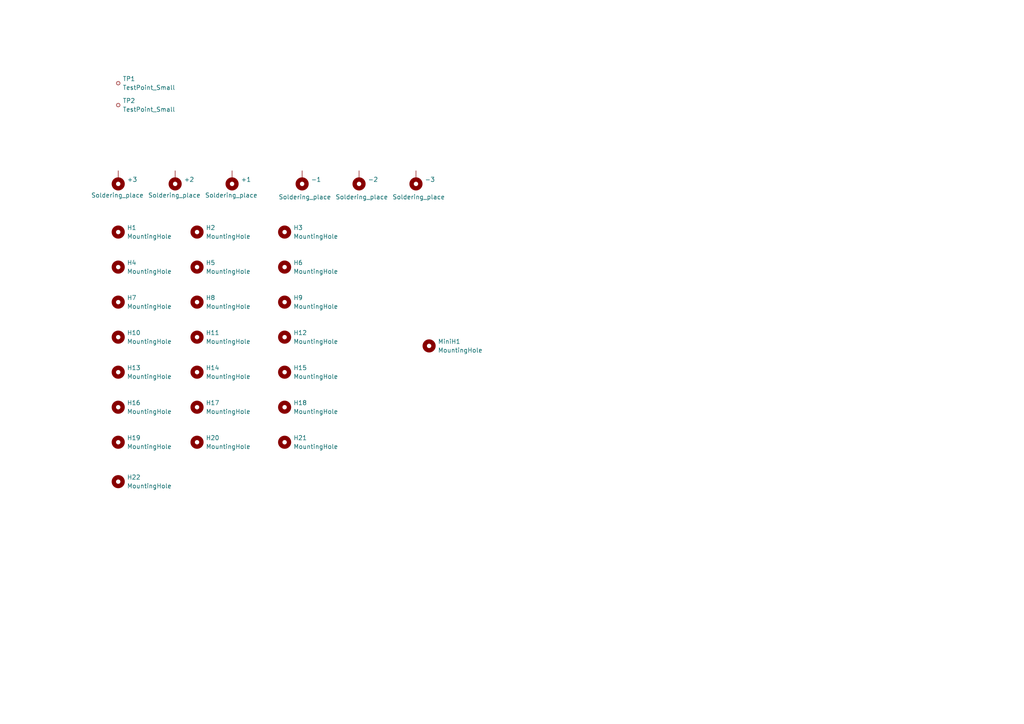
<source format=kicad_sch>
(kicad_sch (version 20250114) (generator "eeschema") (generator_version "9.0")
  (paper "A4")
  (lib_symbols
    (symbol "Connector:TestPoint_Small" (pin_numbers (hide yes)) (pin_names (offset 0.762) (hide yes))
      (property "Reference" "TP" (at 0 3.81 0))
      (property "Value" "TestPoint_Small" (at 0 2.032 0))
      (symbol "TestPoint_Small_0_1"
        (circle (center 0 0) (radius 0.508))
      )
      (symbol "TestPoint_Small_1_1"
        (pin passive line (at 0 0 90) (length 0) (name "1") (number "1"))
      )
    )
    (symbol "Mechanical:MountingHole" (pin_names (offset 1.016)) (in_bom no)
      (property "Reference" "H" (at 0 5.08 0))
      (property "Value" "MountingHole" (at 0 3.175 0))
      (symbol "MountingHole_0_1"
        (circle (center 0 0) (radius 1.27) (stroke (width 1.27)))
      )
    )
    (symbol "Mechanical:MountingHole_Pad" (pin_numbers (hide yes)) (pin_names (offset 1.016) (hide yes)) (in_bom no)
      (property "Reference" "H" (at 0 6.35 0))
      (property "Value" "MountingHole_Pad" (at 0 4.445 0))
      (symbol "MountingHole_Pad_0_1"
        (circle (center 0 1.27) (radius 1.27) (stroke (width 1.27)))
      )
      (symbol "MountingHole_Pad_1_1"
        (pin input line (at 0 -2.54 90) (length 2.54) (name "1") (number "1"))
      )
    )
  )
  (symbol (lib_id "Mechanical:MountingHole") (at 57.15 118.11 0) (unit 1) (in_bom no)
    (property "Reference" "H17" (at 59.69 116.8399 0) (effects (justify left)))
    (property "Value" "MountingHole" (at 59.69 119.3799 0) (effects (justify left)))
    (property "Footprint" "MountingHole:MountingHole_4mm" (effects (hide yes)))
    (property "Description" "Mounting Hole without connection" (effects (hide yes)))
  )
  (symbol (lib_id "Mechanical:MountingHole") (at 57.15 87.63 0) (unit 1) (in_bom no)
    (property "Reference" "H8" (at 59.69 86.3599 0) (effects (justify left)))
    (property "Value" "MountingHole" (at 59.69 88.8999 0) (effects (justify left)))
    (property "Footprint" "MountingHole:MountingHole_4mm" (effects (hide yes)))
    (property "Description" "Mounting Hole without connection" (effects (hide yes)))
  )
  (symbol (lib_id "Mechanical:MountingHole") (at 34.29 139.7 0) (unit 1) (in_bom no)
    (property "Reference" "H22" (at 36.83 138.4299 0) (effects (justify left)))
    (property "Value" "MountingHole" (at 36.83 140.9699 0) (effects (justify left)))
    (property "Footprint" "MountingHole:MountingHole_4mm" (effects (hide yes)))
    (property "Description" "Mounting Hole without connection" (effects (hide yes)))
  )
  (symbol (lib_id "Mechanical:MountingHole") (at 34.29 128.27 0) (unit 1) (in_bom no)
    (property "Reference" "H19" (at 36.83 126.9999 0) (effects (justify left)))
    (property "Value" "MountingHole" (at 36.83 129.5399 0) (effects (justify left)))
    (property "Footprint" "MountingHole:MountingHole_4mm" (effects (hide yes)))
    (property "Description" "Mounting Hole without connection" (effects (hide yes)))
  )
  (symbol (lib_id "Mechanical:MountingHole") (at 57.15 67.31 0) (unit 1) (in_bom no)
    (property "Reference" "H2" (at 59.69 66.0399 0) (effects (justify left)))
    (property "Value" "MountingHole" (at 59.69 68.5799 0) (effects (justify left)))
    (property "Footprint" "MountingHole:MountingHole_4mm" (effects (hide yes)))
    (property "Description" "Mounting Hole without connection" (effects (hide yes)))
  )
  (symbol (lib_id "Mechanical:MountingHole") (at 57.15 77.47 0) (unit 1) (in_bom no)
    (property "Reference" "H5" (at 59.69 76.1999 0) (effects (justify left)))
    (property "Value" "MountingHole" (at 59.69 78.7399 0) (effects (justify left)))
    (property "Footprint" "MountingHole:MountingHole_4mm" (effects (hide yes)))
    (property "Description" "Mounting Hole without connection" (effects (hide yes)))
  )
  (symbol (lib_id "Mechanical:MountingHole") (at 82.55 128.27 0) (unit 1) (in_bom no)
    (property "Reference" "H21" (at 85.09 126.9999 0) (effects (justify left)))
    (property "Value" "MountingHole" (at 85.09 129.5399 0) (effects (justify left)))
    (property "Footprint" "MountingHole:MountingHole_4mm" (effects (hide yes)))
    (property "Description" "Mounting Hole without connection" (effects (hide yes)))
  )
  (symbol (lib_id "Mechanical:MountingHole") (at 57.15 97.79 0) (unit 1) (in_bom no)
    (property "Reference" "H11" (at 59.69 96.5199 0) (effects (justify left)))
    (property "Value" "MountingHole" (at 59.69 99.0599 0) (effects (justify left)))
    (property "Footprint" "MountingHole:MountingHole_4mm" (effects (hide yes)))
    (property "Description" "Mounting Hole without connection" (effects (hide yes)))
  )
  (symbol (lib_id "Mechanical:MountingHole") (at 57.15 128.27 0) (unit 1) (in_bom no)
    (property "Reference" "H20" (at 59.69 126.9999 0) (effects (justify left)))
    (property "Value" "MountingHole" (at 59.69 129.5399 0) (effects (justify left)))
    (property "Footprint" "MountingHole:MountingHole_4mm" (effects (hide yes)))
    (property "Description" "Mounting Hole without connection" (effects (hide yes)))
  )
  (symbol (lib_id "Mechanical:MountingHole") (at 57.15 107.95 0) (unit 1) (in_bom no)
    (property "Reference" "H14" (at 59.69 106.6799 0) (effects (justify left)))
    (property "Value" "MountingHole" (at 59.69 109.2199 0) (effects (justify left)))
    (property "Footprint" "MountingHole:MountingHole_4mm" (effects (hide yes)))
    (property "Description" "Mounting Hole without connection" (effects (hide yes)))
  )
  (symbol (lib_id "Mechanical:MountingHole") (at 34.29 67.31 0) (unit 1) (in_bom no)
    (property "Reference" "H1" (at 36.83 66.0399 0) (effects (justify left)))
    (property "Value" "MountingHole" (at 36.83 68.5799 0) (effects (justify left)))
    (property "Footprint" "MountingHole:MountingHole_4mm" (effects (hide yes)))
    (property "Description" "Mounting Hole without connection" (effects (hide yes)))
  )
  (symbol (lib_id "Connector:TestPoint_Small") (at 34.29 24.13 0) (unit 1)
    (property "Reference" "TP1" (at 35.56 22.8599 0) (effects (justify left)))
    (property "Value" "TestPoint_Small" (at 35.56 25.3999 0) (effects (justify left)))
    (property "Footprint" "TestPoint:TestPoint_Pad_D1.0mm" (effects (hide yes)))
    (property "Description" "test point" (effects (hide yes)))
  )
  (symbol (lib_id "Mechanical:MountingHole") (at 34.29 87.63 0) (unit 1) (in_bom no)
    (property "Reference" "H7" (at 36.83 86.3599 0) (effects (justify left)))
    (property "Value" "MountingHole" (at 36.83 88.8999 0) (effects (justify left)))
    (property "Footprint" "MountingHole:MountingHole_4mm" (effects (hide yes)))
    (property "Description" "Mounting Hole without connection" (effects (hide yes)))
  )
  (symbol (lib_id "Mechanical:MountingHole") (at 82.55 87.63 0) (unit 1) (in_bom no)
    (property "Reference" "H9" (at 85.09 86.3599 0) (effects (justify left)))
    (property "Value" "MountingHole" (at 85.09 88.8999 0) (effects (justify left)))
    (property "Footprint" "MountingHole:MountingHole_4mm" (effects (hide yes)))
    (property "Description" "Mounting Hole without connection" (effects (hide yes)))
  )
  (symbol (lib_id "Mechanical:MountingHole") (at 82.55 67.31 0) (unit 1) (in_bom no)
    (property "Reference" "H3" (at 85.09 66.0399 0) (effects (justify left)))
    (property "Value" "MountingHole" (at 85.09 68.5799 0) (effects (justify left)))
    (property "Footprint" "MountingHole:MountingHole_4mm" (effects (hide yes)))
    (property "Description" "Mounting Hole without connection" (effects (hide yes)))
  )
  (symbol (lib_id "Mechanical:MountingHole_Pad") (at 67.31 52.07 180) (unit 1) (in_bom no)
    (property "Reference" "+1" (at 69.85 52.0699 0) (effects (justify right)))
    (property "Value" "Soldering_place" (at 59.436 56.642 0) (effects (justify right)))
    (property "Footprint" "TerminalBlock:LED_strip_input_+" (effects (hide yes)))
    (property "Description" "Mounting Hole with connection" (effects (hide yes)))
  )
  (symbol (lib_id "Mechanical:MountingHole_Pad") (at 50.8 52.07 180) (unit 1) (in_bom no)
    (property "Reference" "+2" (at 53.34 52.0699 0) (effects (justify right)))
    (property "Value" "Soldering_place" (at 42.926 56.642 0) (effects (justify right)))
    (property "Footprint" "TerminalBlock:LED_strip_input_+" (effects (hide yes)))
    (property "Description" "Mounting Hole with connection" (effects (hide yes)))
  )
  (symbol (lib_id "Mechanical:MountingHole_Pad") (at 120.65 52.07 180) (unit 1) (in_bom no)
    (property "Reference" "-3" (at 123.19 52.0699 0) (effects (justify right)))
    (property "Value" "Soldering_place" (at 113.792 57.15 0) (effects (justify right)))
    (property "Footprint" "TerminalBlock:LED_strip_input_-" (effects (hide yes)))
    (property "Description" "Mounting Hole with connection" (effects (hide yes)))
  )
  (symbol (lib_id "Mechanical:MountingHole") (at 82.55 97.79 0) (unit 1) (in_bom no)
    (property "Reference" "H12" (at 85.09 96.5199 0) (effects (justify left)))
    (property "Value" "MountingHole" (at 85.09 99.0599 0) (effects (justify left)))
    (property "Footprint" "MountingHole:MountingHole_4mm" (effects (hide yes)))
    (property "Description" "Mounting Hole without connection" (effects (hide yes)))
  )
  (symbol (lib_id "Mechanical:MountingHole") (at 34.29 118.11 0) (unit 1) (in_bom no)
    (property "Reference" "H16" (at 36.83 116.8399 0) (effects (justify left)))
    (property "Value" "MountingHole" (at 36.83 119.3799 0) (effects (justify left)))
    (property "Footprint" "MountingHole:MountingHole_4mm" (effects (hide yes)))
    (property "Description" "Mounting Hole without connection" (effects (hide yes)))
  )
  (symbol (lib_id "Connector:TestPoint_Small") (at 34.29 30.48 0) (unit 1)
    (property "Reference" "TP2" (at 35.56 29.2099 0) (effects (justify left)))
    (property "Value" "TestPoint_Small" (at 35.56 31.7499 0) (effects (justify left)))
    (property "Footprint" "TestPoint:TestPoint_Pad_D1.0mm" (effects (hide yes)))
    (property "Description" "test point" (effects (hide yes)))
  )
  (symbol (lib_id "Mechanical:MountingHole_Pad") (at 87.63 52.07 180) (unit 1) (in_bom no)
    (property "Reference" "-1" (at 90.17 52.0699 0) (effects (justify right)))
    (property "Value" "Soldering_place" (at 80.772 57.15 0) (effects (justify right)))
    (property "Footprint" "TerminalBlock:LED_strip_input_-" (effects (hide yes)))
    (property "Description" "Mounting Hole with connection" (effects (hide yes)))
  )
  (symbol (lib_id "Mechanical:MountingHole_Pad") (at 104.14 52.07 180) (unit 1) (in_bom no)
    (property "Reference" "-2" (at 106.68 52.0699 0) (effects (justify right)))
    (property "Value" "Soldering_place" (at 97.282 57.15 0) (effects (justify right)))
    (property "Footprint" "TerminalBlock:LED_strip_input_-" (effects (hide yes)))
    (property "Description" "Mounting Hole with connection" (effects (hide yes)))
  )
  (symbol (lib_id "Mechanical:MountingHole") (at 82.55 118.11 0) (unit 1) (in_bom no)
    (property "Reference" "H18" (at 85.09 116.8399 0) (effects (justify left)))
    (property "Value" "MountingHole" (at 85.09 119.3799 0) (effects (justify left)))
    (property "Footprint" "MountingHole:MountingHole_4mm" (effects (hide yes)))
    (property "Description" "Mounting Hole without connection" (effects (hide yes)))
  )
  (symbol (lib_id "Mechanical:MountingHole") (at 124.46 100.33 0) (unit 1) (in_bom no)
    (property "Reference" "MiniH1" (at 127 99.0599 0) (effects (justify left)))
    (property "Value" "MountingHole" (at 127 101.5999 0) (effects (justify left)))
    (property "Footprint" "MountingHole:MountingHole_2mm" (effects (hide yes)))
    (property "Description" "Mounting Hole without connection" (effects (hide yes)))
  )
  (symbol (lib_id "Mechanical:MountingHole") (at 34.29 107.95 0) (unit 1) (in_bom no)
    (property "Reference" "H13" (at 36.83 106.6799 0) (effects (justify left)))
    (property "Value" "MountingHole" (at 36.83 109.2199 0) (effects (justify left)))
    (property "Footprint" "MountingHole:MountingHole_4mm" (effects (hide yes)))
    (property "Description" "Mounting Hole without connection" (effects (hide yes)))
  )
  (symbol (lib_id "Mechanical:MountingHole") (at 82.55 77.47 0) (unit 1) (in_bom no)
    (property "Reference" "H6" (at 85.09 76.1999 0) (effects (justify left)))
    (property "Value" "MountingHole" (at 85.09 78.7399 0) (effects (justify left)))
    (property "Footprint" "MountingHole:MountingHole_4mm" (effects (hide yes)))
    (property "Description" "Mounting Hole without connection" (effects (hide yes)))
  )
  (symbol (lib_id "Mechanical:MountingHole") (at 34.29 97.79 0) (unit 1) (in_bom no)
    (property "Reference" "H10" (at 36.83 96.5199 0) (effects (justify left)))
    (property "Value" "MountingHole" (at 36.83 99.0599 0) (effects (justify left)))
    (property "Footprint" "MountingHole:MountingHole_4mm" (effects (hide yes)))
    (property "Description" "Mounting Hole without connection" (effects (hide yes)))
  )
  (symbol (lib_id "Mechanical:MountingHole_Pad") (at 34.29 52.07 180) (unit 1) (in_bom no)
    (property "Reference" "+3" (at 36.83 52.0699 0) (effects (justify right)))
    (property "Value" "Soldering_place" (at 26.416 56.642 0) (effects (justify right)))
    (property "Footprint" "TerminalBlock:LED_strip_input_+" (effects (hide yes)))
    (property "Description" "Mounting Hole with connection" (effects (hide yes)))
  )
  (symbol (lib_id "Mechanical:MountingHole") (at 34.29 77.47 0) (unit 1) (in_bom no)
    (property "Reference" "H4" (at 36.83 76.1999 0) (effects (justify left)))
    (property "Value" "MountingHole" (at 36.83 78.7399 0) (effects (justify left)))
    (property "Footprint" "MountingHole:MountingHole_4mm" (effects (hide yes)))
    (property "Description" "Mounting Hole without connection" (effects (hide yes)))
  )
  (symbol (lib_id "Mechanical:MountingHole") (at 82.55 107.95 0) (unit 1) (in_bom no)
    (property "Reference" "H15" (at 85.09 106.6799 0) (effects (justify left)))
    (property "Value" "MountingHole" (at 85.09 109.2199 0) (effects (justify left)))
    (property "Footprint" "MountingHole:MountingHole_4mm" (effects (hide yes)))
    (property "Description" "Mounting Hole without connection" (effects (hide yes)))
  )
)
</source>
